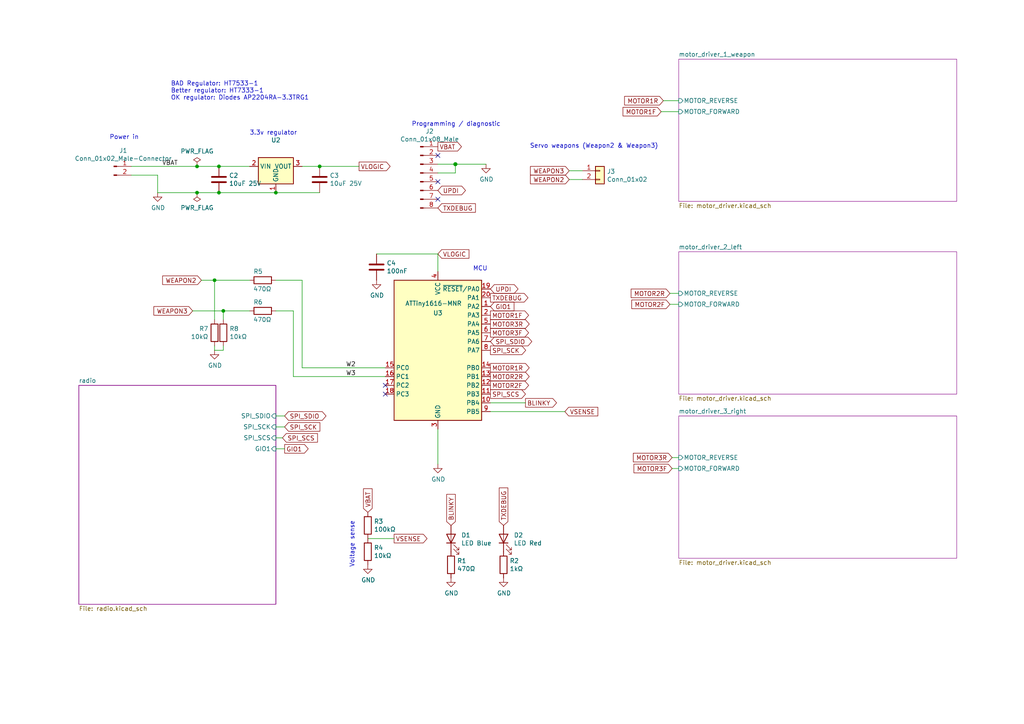
<source format=kicad_sch>
(kicad_sch (version 20250114) (generator "eeschema") (generator_version "9.0")
  (paper "A4")
  (title_block (title "Malenki-HV") (date "2022-11-12") (company "Mark Robson"))
  (lib_symbols
    (symbol "Connector:Conn_01x08_Male" (pin_names (offset 1.016) (hide yes))
      (property "Reference" "J" (at 0 10.16 0))
      (property "Value" "Conn_01x08_Male" (at 0 -12.7 0))
      (symbol "Conn_01x08_Male_1_1"
        (rectangle (start 0.8636 7.747) (end 0 7.493) (stroke (width 0.1524)) (fill (type outline)))
        (rectangle (start 0.8636 5.207) (end 0 4.953) (stroke (width 0.1524)) (fill (type outline)))
        (rectangle (start 0.8636 2.667) (end 0 2.413) (stroke (width 0.1524)) (fill (type outline)))
        (rectangle (start 0.8636 0.127) (end 0 -0.127) (stroke (width 0.1524)) (fill (type outline)))
        (rectangle (start 0.8636 -2.413) (end 0 -2.667) (stroke (width 0.1524)) (fill (type outline)))
        (rectangle (start 0.8636 -4.953) (end 0 -5.207) (stroke (width 0.1524)) (fill (type outline)))
        (rectangle (start 0.8636 -7.493) (end 0 -7.747) (stroke (width 0.1524)) (fill (type outline)))
        (rectangle (start 0.8636 -10.033) (end 0 -10.287) (stroke (width 0.1524)) (fill (type outline)))
        (polyline (pts (xy 1.27 7.62) (xy 0.8636 7.62)) (stroke (width 0.1524)))
        (polyline (pts (xy 1.27 5.08) (xy 0.8636 5.08)) (stroke (width 0.1524)))
        (polyline (pts (xy 1.27 2.54) (xy 0.8636 2.54)) (stroke (width 0.1524)))
        (polyline (pts (xy 1.27 0) (xy 0.8636 0)) (stroke (width 0.1524)))
        (polyline (pts (xy 1.27 -2.54) (xy 0.8636 -2.54)) (stroke (width 0.1524)))
        (polyline (pts (xy 1.27 -5.08) (xy 0.8636 -5.08)) (stroke (width 0.1524)))
        (polyline (pts (xy 1.27 -7.62) (xy 0.8636 -7.62)) (stroke (width 0.1524)))
        (polyline (pts (xy 1.27 -10.16) (xy 0.8636 -10.16)) (stroke (width 0.1524)))
        (pin passive line (at 5.08 7.62 180) (length 3.81) (name "Pin_1") (number "1"))
        (pin passive line (at 5.08 5.08 180) (length 3.81) (name "Pin_2") (number "2"))
        (pin passive line (at 5.08 2.54 180) (length 3.81) (name "Pin_3") (number "3"))
        (pin passive line (at 5.08 0 180) (length 3.81) (name "Pin_4") (number "4"))
        (pin passive line (at 5.08 -2.54 180) (length 3.81) (name "Pin_5") (number "5"))
        (pin passive line (at 5.08 -5.08 180) (length 3.81) (name "Pin_6") (number "6"))
        (pin passive line (at 5.08 -7.62 180) (length 3.81) (name "Pin_7") (number "7"))
        (pin passive line (at 5.08 -10.16 180) (length 3.81) (name "Pin_8") (number "8"))
      )
    )
    (symbol "Connector_Generic:Conn_01x02" (pin_names (offset 1.016) (hide yes))
      (property "Reference" "J" (at 0 2.54 0))
      (property "Value" "Conn_01x02" (at 0 -5.08 0))
      (symbol "Conn_01x02_1_1"
        (rectangle (start -1.27 1.27) (end 1.27 -3.81) (stroke (width 0.254)) (fill (type background)))
        (rectangle (start -1.27 0.127) (end 0 -0.127) (stroke (width 0.1524)))
        (rectangle (start -1.27 -2.413) (end 0 -2.667) (stroke (width 0.1524)))
        (pin passive line (at -5.08 0 0) (length 3.81) (name "Pin_1") (number "1"))
        (pin passive line (at -5.08 -2.54 0) (length 3.81) (name "Pin_2") (number "2"))
      )
    )
    (symbol "Device:LED" (pin_numbers (hide yes)) (pin_names (offset 1.016) (hide yes))
      (property "Reference" "D" (at 0 2.54 0))
      (property "Value" "LED" (at 0 -2.54 0))
      (symbol "LED_0_1"
        (polyline (pts (xy -3.048 -0.762) (xy -4.572 -2.286) (xy -3.81 -2.286) (xy -4.572 -2.286) (xy -4.572 -1.524)))
        (polyline (pts (xy -1.778 -0.762) (xy -3.302 -2.286) (xy -2.54 -2.286) (xy -3.302 -2.286) (xy -3.302 -1.524)))
        (polyline (pts (xy -1.27 0) (xy 1.27 0)))
        (polyline (pts (xy -1.27 -1.27) (xy -1.27 1.27)) (stroke (width 0.254)))
        (polyline (pts (xy 1.27 -1.27) (xy 1.27 1.27) (xy -1.27 0) (xy 1.27 -1.27)) (stroke (width 0.254)))
      )
      (symbol "LED_1_1"
        (pin passive line (at -3.81 0 0) (length 2.54) (name "K") (number "1"))
        (pin passive line (at 3.81 0 180) (length 2.54) (name "A") (number "2"))
      )
    )
    (symbol "MCU_Microchip_ATtiny:ATtiny1616-M"
      (property "Reference" "U" (at -12.7 21.59 0))
      (property "Value" "ATtiny1616-M" (at 2.54 -21.59 0))
      (symbol "ATtiny1616-M_0_1"
        (rectangle (start -12.7 -20.32) (end 12.7 20.32) (stroke (width 0.254)) (fill (type background)))
      )
      (symbol "ATtiny1616-M_1_1"
        (pin bidirectional line (at -15.24 -5.08 0) (length 2.54) (name "PC0") (number "15"))
        (pin bidirectional line (at -15.24 -7.62 0) (length 2.54) (name "PC1") (number "16"))
        (pin bidirectional line (at -15.24 -10.16 0) (length 2.54) (name "PC2") (number "17"))
        (pin bidirectional line (at -15.24 -12.7 0) (length 2.54) (name "PC3") (number "18"))
        (pin power_in line (at 0 22.86 270) (length 2.54) (name "VCC") (number "4"))
        (pin passive line (at 0 -22.86 90) (length 2.54) (hide yes) (name "GND") (number "21"))
        (pin power_in line (at 0 -22.86 90) (length 2.54) (name "GND") (number "3"))
        (pin bidirectional line (at 15.24 17.78 180) (length 2.54) (name "~{RESET}/PA0") (number "19"))
        (pin bidirectional line (at 15.24 15.24 180) (length 2.54) (name "PA1") (number "20"))
        (pin bidirectional line (at 15.24 12.7 180) (length 2.54) (name "PA2") (number "1"))
        (pin bidirectional line (at 15.24 10.16 180) (length 2.54) (name "PA3") (number "2"))
        (pin bidirectional line (at 15.24 7.62 180) (length 2.54) (name "PA4") (number "5"))
        (pin bidirectional line (at 15.24 5.08 180) (length 2.54) (name "PA5") (number "6"))
        (pin bidirectional line (at 15.24 2.54 180) (length 2.54) (name "PA6") (number "7"))
        (pin bidirectional line (at 15.24 0 180) (length 2.54) (name "PA7") (number "8"))
        (pin bidirectional line (at 15.24 -5.08 180) (length 2.54) (name "PB0") (number "14"))
        (pin bidirectional line (at 15.24 -7.62 180) (length 2.54) (name "PB1") (number "13"))
        (pin bidirectional line (at 15.24 -10.16 180) (length 2.54) (name "PB2") (number "12"))
        (pin bidirectional line (at 15.24 -12.7 180) (length 2.54) (name "PB3") (number "11"))
        (pin bidirectional line (at 15.24 -15.24 180) (length 2.54) (name "PB4") (number "10"))
        (pin bidirectional line (at 15.24 -17.78 180) (length 2.54) (name "PB5") (number "9"))
      )
    )
    (symbol "Regulator_Linear:HT75xx-1-SOT89"
      (property "Reference" "U" (at -5.08 -3.81 0))
      (property "Value" "HT75xx-1-SOT89" (at 0 6.35 0))
      (symbol "HT75xx-1-SOT89_0_1"
        (rectangle (start -5.08 5.08) (end 5.08 -2.54) (stroke (width 0.254)) (fill (type background)))
      )
      (symbol "HT75xx-1-SOT89_1_1"
        (pin power_in line (at -7.62 2.54 0) (length 2.54) (name "VIN") (number "2"))
        (pin power_in line (at 0 -5.08 90) (length 2.54) (name "GND") (number "1"))
        (pin power_out line (at 7.62 2.54 180) (length 2.54) (name "VOUT") (number "3"))
      )
    )
    (symbol "malenki-nano-rescue:C-Device" (pin_numbers (hide yes)) (pin_names (offset 0.254))
      (property "Reference" "C" (at 0.635 2.54 0))
      (property "Value" "C-Device" (at 0.635 -2.54 0))
      (symbol "C-Device_0_1"
        (polyline (pts (xy -2.032 0.762) (xy 2.032 0.762)) (stroke (width 0.508)))
        (polyline (pts (xy -2.032 -0.762) (xy 2.032 -0.762)) (stroke (width 0.508)))
      )
      (symbol "C-Device_1_1"
        (pin passive line (at 0 3.81 270) (length 2.794) (name "~") (number "1"))
        (pin passive line (at 0 -3.81 90) (length 2.794) (name "~") (number "2"))
      )
    )
    (symbol "malenki-nano-rescue:Conn_01x02_Male-Connector" (pin_names (offset 1.016) (hide yes))
      (property "Reference" "J" (at 0 2.54 0))
      (property "Value" "Conn_01x02_Male-Connector" (at 0 -5.08 0))
      (symbol "Conn_01x02_Male-Connector_1_1"
        (rectangle (start 0.8636 0.127) (end 0 -0.127) (stroke (width 0.1524)) (fill (type outline)))
        (rectangle (start 0.8636 -2.413) (end 0 -2.667) (stroke (width 0.1524)) (fill (type outline)))
        (polyline (pts (xy 1.27 0) (xy 0.8636 0)) (stroke (width 0.1524)))
        (polyline (pts (xy 1.27 -2.54) (xy 0.8636 -2.54)) (stroke (width 0.1524)))
        (pin passive line (at 5.08 0 180) (length 3.81) (name "Pin_1") (number "1"))
        (pin passive line (at 5.08 -2.54 180) (length 3.81) (name "Pin_2") (number "2"))
      )
    )
    (symbol "malenki-nano-rescue:GND-power" (power) (pin_names (offset 0))
      (property "Value" "GND-power" (at 0 -3.81 0))
      (symbol "GND-power_0_1"
        (polyline (pts (xy 0 0) (xy 0 -1.27) (xy 1.27 -1.27) (xy 0 -2.54) (xy -1.27 -1.27) (xy 0 -1.27)))
      )
      (symbol "GND-power_1_1"
        (pin power_in line (at 0 0 270) (length 0) (hide yes) (name "GND") (number "1"))
      )
    )
    (symbol "malenki-nano-rescue:PWR_FLAG-power" (power) (pin_numbers (hide yes)) (pin_names (offset 0) (hide yes))
      (property "Value" "PWR_FLAG-power" (at 0 3.81 0))
      (symbol "PWR_FLAG-power_0_0"
        (pin power_out line (at 0 0 90) (length 0) (name "pwr") (number "1"))
      )
      (symbol "PWR_FLAG-power_0_1"
        (polyline (pts (xy 0 0) (xy 0 1.27) (xy -1.016 1.905) (xy 0 2.54) (xy 1.016 1.905) (xy 0 1.27)))
      )
    )
    (symbol "malenki-nano-rescue:R-Device" (pin_numbers (hide yes)) (pin_names (offset 0))
      (property "Reference" "R" (at 2.032 0 90))
      (property "Value" "R-Device" (at 0 0 90))
      (symbol "R-Device_0_1"
        (rectangle (start -1.016 -2.54) (end 1.016 2.54) (stroke (width 0.254)))
      )
      (symbol "R-Device_1_1"
        (pin passive line (at 0 3.81 270) (length 1.27) (name "~") (number "1"))
        (pin passive line (at 0 -3.81 90) (length 1.27) (name "~") (number "2"))
      )
    )
  )
  (text "Voltage sense" (at 102.87 151.13 90) (effects (font (size 1.27 1.27)) (justify right bottom)))
  (text "Power in" (at 31.75 40.64 0) (effects (font (size 1.27 1.27)) (justify left bottom)))
  (text "Servo weapons (Weapon2 & Weapon3)" (at 153.67 43.18 0) (effects (font (size 1.27 1.27)) (justify left bottom)))
  (text "Programming / diagnostic" (at 119.38 36.83 0) (effects (font (size 1.27 1.27)) (justify left bottom)))
  (text "BAD Regulator: HT7533-1\nBetter regulator: HT7333-1 \nOK regulator: Diodes AP2204RA-3.3TRG1" (at 49.53 29.21 0) (effects (font (size 1.27 1.27)) (justify left bottom)))
  (text "MCU\n" (at 137.16 78.74 0) (effects (font (size 1.27 1.27)) (justify left bottom)))
  (text "3.3v regulator" (at 72.39 39.37 0) (effects (font (size 1.27 1.27)) (justify left bottom)))
  (junction (at 80.01 55.88))
  (junction (at 63.5 55.88))
  (junction (at 132.08 47.625) (diameter 1.016))
  (junction (at 63.5 48.26))
  (junction (at 57.15 55.88))
  (junction (at 57.15 48.26))
  (junction (at 92.71 48.26))
  (junction (at 64.77 90.17))
  (junction (at 62.23 81.28))
  (no_connect (at 127 57.785))
  (no_connect (at 111.76 114.3))
  (no_connect (at 127 52.705))
  (no_connect (at 111.76 111.76))
  (no_connect (at 127 45.085))
  (wire (pts (xy 165.1 52.07) (xy 168.91 52.07)))
  (wire (pts (xy 127 73.66) (xy 109.22 73.66)))
  (wire (pts (xy 85.09 90.17) (xy 85.09 109.22)))
  (wire (pts (xy 194.31 88.265) (xy 196.85 88.265)))
  (wire (pts (xy 132.08 50.165) (xy 132.08 47.625)))
  (wire (pts (xy 80.01 120.65) (xy 82.55 120.65)))
  (wire (pts (xy 62.23 100.33) (xy 62.23 101.6)))
  (wire (pts (xy 38.1 48.26) (xy 57.15 48.26)))
  (wire (pts (xy 63.5 48.26) (xy 72.39 48.26)))
  (wire (pts (xy 114.3 156.21) (xy 106.68 156.21)))
  (wire (pts (xy 45.72 55.88) (xy 57.15 55.88)))
  (wire (pts (xy 64.77 90.17) (xy 72.39 90.17)))
  (wire (pts (xy 191.77 32.385) (xy 196.85 32.385)))
  (wire (pts (xy 80.01 123.825) (xy 82.55 123.825)))
  (wire (pts (xy 111.76 106.68) (xy 87.63 106.68)))
  (wire (pts (xy 142.24 119.38) (xy 163.83 119.38)))
  (wire (pts (xy 127 47.625) (xy 132.08 47.625)))
  (wire (pts (xy 57.15 48.26) (xy 63.5 48.26)))
  (wire (pts (xy 80.01 55.88) (xy 92.71 55.88)))
  (wire (pts (xy 194.945 132.715) (xy 196.85 132.715)))
  (wire (pts (xy 87.63 81.28) (xy 80.01 81.28)))
  (wire (pts (xy 55.88 90.17) (xy 64.77 90.17)))
  (wire (pts (xy 80.01 90.17) (xy 85.09 90.17)))
  (wire (pts (xy 62.23 101.6) (xy 64.77 101.6)))
  (wire (pts (xy 194.31 85.09) (xy 196.85 85.09)))
  (wire (pts (xy 64.77 100.33) (xy 64.77 101.6)))
  (wire (pts (xy 63.5 55.88) (xy 80.01 55.88)))
  (wire (pts (xy 87.63 106.68) (xy 87.63 81.28)))
  (wire (pts (xy 194.945 135.89) (xy 196.85 135.89)))
  (wire (pts (xy 58.42 81.28) (xy 62.23 81.28)))
  (wire (pts (xy 127 50.165) (xy 132.08 50.165)))
  (wire (pts (xy 127 73.66) (xy 127 78.74)))
  (wire (pts (xy 62.23 81.28) (xy 72.39 81.28)))
  (wire (pts (xy 80.01 127) (xy 81.915 127)))
  (wire (pts (xy 38.1 50.8) (xy 45.72 50.8)))
  (wire (pts (xy 64.77 90.17) (xy 64.77 92.71)))
  (wire (pts (xy 87.63 48.26) (xy 92.71 48.26)))
  (wire (pts (xy 62.23 81.28) (xy 62.23 92.71)))
  (wire (pts (xy 127 124.46) (xy 127 134.62)))
  (wire (pts (xy 132.08 47.625) (xy 140.97 47.625)))
  (wire (pts (xy 57.15 55.88) (xy 63.5 55.88)))
  (wire (pts (xy 165.1 49.53) (xy 168.91 49.53)))
  (wire (pts (xy 192.405 29.21) (xy 196.85 29.21)))
  (wire (pts (xy 45.72 50.8) (xy 45.72 55.88)))
  (wire (pts (xy 92.71 48.26) (xy 104.14 48.26)))
  (wire (pts (xy 142.24 116.84) (xy 152.4 116.84)))
  (wire (pts (xy 80.01 130.175) (xy 82.55 130.175)))
  (wire (pts (xy 85.09 109.22) (xy 111.76 109.22)))
  (label "W2" (at 100.33 106.68 0))
  (label "VBAT" (at 46.99 48.26 0))
  (label "W3" (at 100.33 109.22 0))
  (global_label "MOTOR1F" (shape output) (at 142.24 91.44 0) (property "Intersheetrefs" "${INTERSHEET_REFS}" (effects (hide yes))))
  (global_label "TXDEBUG" (shape input) (at 127 60.325 0) (property "Intersheetrefs" "${INTERSHEET_REFS}" (effects (hide yes))))
  (global_label "SPI_SCS" (shape output) (at 142.24 114.3 0) (property "Intersheetrefs" "${INTERSHEET_REFS}" (effects (hide yes))))
  (global_label "VBAT" (shape output) (at 127 42.545 0) (property "Intersheetrefs" "${INTERSHEET_REFS}" (effects (hide yes))))
  (global_label "MOTOR3F" (shape input) (at 194.945 135.89 180) (property "Intersheetrefs" "${INTERSHEET_REFS}" (effects (hide yes))))
  (global_label "MOTOR3F" (shape output) (at 142.24 96.52 0) (property "Intersheetrefs" "${INTERSHEET_REFS}" (effects (hide yes))))
  (global_label "SPI_SDIO" (shape bidirectional) (at 142.24 99.06 0) (property "Intersheetrefs" "${INTERSHEET_REFS}" (effects (hide yes))))
  (global_label "BLINKY" (shape input) (at 130.81 152.4 90) (property "Intersheetrefs" "${INTERSHEET_REFS}" (effects (hide yes))))
  (global_label "GIO1" (shape output) (at 82.55 130.175 0) (property "Intersheetrefs" "${INTERSHEET_REFS}" (effects (hide yes))))
  (global_label "MOTOR3R" (shape input) (at 194.945 132.715 180) (property "Intersheetrefs" "${INTERSHEET_REFS}" (effects (hide yes))))
  (global_label "UPDI" (shape bidirectional) (at 142.24 83.82 0) (property "Intersheetrefs" "${INTERSHEET_REFS}" (effects (hide yes))))
  (global_label "BLINKY" (shape output) (at 152.4 116.84 0) (property "Intersheetrefs" "${INTERSHEET_REFS}" (effects (hide yes))))
  (global_label "MOTOR1F" (shape input) (at 191.77 32.385 180) (property "Intersheetrefs" "${INTERSHEET_REFS}" (effects (hide yes))))
  (global_label "WEAPON2" (shape input) (at 58.42 81.28 180) (property "Intersheetrefs" "${INTERSHEET_REFS}" (effects (hide yes))))
  (global_label "MOTOR1R" (shape output) (at 142.24 106.68 0) (property "Intersheetrefs" "${INTERSHEET_REFS}" (effects (hide yes))))
  (global_label "MOTOR1R" (shape input) (at 192.405 29.21 180) (property "Intersheetrefs" "${INTERSHEET_REFS}" (effects (hide yes))))
  (global_label "VBAT" (shape input) (at 106.68 148.59 90) (property "Intersheetrefs" "${INTERSHEET_REFS}" (effects (hide yes))))
  (global_label "SPI_SCK" (shape output) (at 142.24 101.6 0) (property "Intersheetrefs" "${INTERSHEET_REFS}" (effects (hide yes))))
  (global_label "MOTOR2F" (shape output) (at 142.24 111.76 0) (property "Intersheetrefs" "${INTERSHEET_REFS}" (effects (hide yes))))
  (global_label "MOTOR2F" (shape input) (at 194.31 88.265 180) (property "Intersheetrefs" "${INTERSHEET_REFS}" (effects (hide yes))))
  (global_label "WEAPON2" (shape input) (at 165.1 52.07 180) (property "Intersheetrefs" "${INTERSHEET_REFS}" (effects (hide yes))))
  (global_label "SPI_SDIO" (shape bidirectional) (at 82.55 120.65 0) (property "Intersheetrefs" "${INTERSHEET_REFS}" (effects (hide yes))))
  (global_label "SPI_SCS" (shape input) (at 81.915 127 0) (property "Intersheetrefs" "${INTERSHEET_REFS}" (effects (hide yes))))
  (global_label "VLOGIC" (shape input) (at 127 73.66 0) (property "Intersheetrefs" "${INTERSHEET_REFS}" (effects (hide yes))))
  (global_label "WEAPON3" (shape input) (at 165.1 49.53 180) (property "Intersheetrefs" "${INTERSHEET_REFS}" (effects (hide yes))))
  (global_label "VSENSE" (shape output) (at 114.3 156.21 0) (property "Intersheetrefs" "${INTERSHEET_REFS}" (effects (hide yes))))
  (global_label "GIO1" (shape input) (at 142.24 88.9 0) (property "Intersheetrefs" "${INTERSHEET_REFS}" (effects (hide yes))))
  (global_label "UPDI" (shape bidirectional) (at 127 55.245 0) (property "Intersheetrefs" "${INTERSHEET_REFS}" (effects (hide yes))))
  (global_label "MOTOR3R" (shape output) (at 142.24 93.98 0) (property "Intersheetrefs" "${INTERSHEET_REFS}" (effects (hide yes))))
  (global_label "MOTOR2R" (shape input) (at 194.31 85.09 180) (property "Intersheetrefs" "${INTERSHEET_REFS}" (effects (hide yes))))
  (global_label "MOTOR2R" (shape output) (at 142.24 109.22 0) (property "Intersheetrefs" "${INTERSHEET_REFS}" (effects (hide yes))))
  (global_label "TXDEBUG" (shape input) (at 146.05 152.4 90) (property "Intersheetrefs" "${INTERSHEET_REFS}" (effects (hide yes))))
  (global_label "TXDEBUG" (shape output) (at 142.24 86.36 0) (property "Intersheetrefs" "${INTERSHEET_REFS}" (effects (hide yes))))
  (global_label "WEAPON3" (shape input) (at 55.88 90.17 180) (property "Intersheetrefs" "${INTERSHEET_REFS}" (effects (hide yes))))
  (global_label "VLOGIC" (shape output) (at 104.14 48.26 0) (property "Intersheetrefs" "${INTERSHEET_REFS}" (effects (hide yes))))
  (global_label "VSENSE" (shape input) (at 163.83 119.38 0) (property "Intersheetrefs" "${INTERSHEET_REFS}" (effects (hide yes))))
  (global_label "SPI_SCK" (shape input) (at 82.55 123.825 0) (property "Intersheetrefs" "${INTERSHEET_REFS}" (effects (hide yes))))
  (symbol (lib_id "malenki-nano-rescue:GND-power") (at 106.68 163.83 0) (unit 1)
    (property "Reference" "#PWR07" (effects (hide yes)))
    (property "Value" "GND" (at 106.807 168.2242 0))
  )
  (symbol (lib_id "Device:LED") (at 146.05 156.21 90) (unit 1)
    (property "Reference" "D2" (at 149.0218 155.2194 90) (effects (justify right)))
    (property "Value" "LED Red" (at 149.0218 157.5308 90) (effects (justify right)))
    (property "Footprint" "LED_SMD:LED_0603_1608Metric" (effects (hide yes)))
    (property "Description" "Light emitting diode" (effects (hide yes)))
    (property "LCSC" "C2286" (effects (hide yes)))
    (property "MPN" "KT-0603R" (effects (hide yes)))
    (property "Manufacturer" "Hubei KENTO" (effects (hide yes)))
  )
  (symbol (lib_id "malenki-nano-rescue:GND-power") (at 146.05 167.64 0) (unit 1)
    (property "Reference" "#PWR011" (effects (hide yes)))
    (property "Value" "GND" (at 146.177 172.0342 0))
  )
  (symbol (lib_id "malenki-nano-rescue:PWR_FLAG-power") (at 57.15 48.26 0) (unit 1)
    (property "Reference" "#FLG0101" (effects (hide yes)))
    (property "Value" "PWR_FLAG" (at 57.15 43.8658 0))
  )
  (symbol (lib_id "malenki-nano-rescue:R-Device") (at 146.05 163.83 0) (unit 1)
    (property "Reference" "R2" (at 147.828 162.6616 0) (effects (justify left)))
    (property "Value" "1kΩ" (at 147.828 164.973 0) (effects (justify left)))
    (property "Footprint" "Resistor_SMD:R_0402_1005Metric" (effects (hide yes)))
    (property "Description" "Resistor" (effects (hide yes)))
    (property "LCSC" "C11702" (effects (hide yes)))
    (property "Manufacturer" "Uniroyal" (effects (hide yes)))
    (property "MPN" "0402WGF1001TCE" (effects (hide yes)))
  )
  (symbol (lib_id "malenki-nano-rescue:GND-power") (at 45.72 55.88 0) (unit 1)
    (property "Reference" "#PWR02" (effects (hide yes)))
    (property "Value" "GND" (at 45.847 60.2742 0))
  )
  (symbol (lib_id "Connector:Conn_01x08_Male") (at 121.92 50.165 0) (unit 1) (in_bom no)
    (property "Reference" "J2" (at 124.6124 38.0808 0))
    (property "Value" "Conn_01x08_Male" (at 124.6124 40.3795 0))
    (property "Footprint" "malenki-nano:SOIC_clipProgSmall" (effects (hide yes)))
  )
  (symbol (lib_id "malenki-nano-rescue:GND-power") (at 109.22 81.28 0) (unit 1)
    (property "Reference" "#PWR04" (effects (hide yes)))
    (property "Value" "GND" (at 109.347 85.6742 0))
  )
  (symbol (lib_id "malenki-nano-rescue:Conn_01x02_Male-Connector") (at 33.02 48.26 0) (unit 1) (in_bom no)
    (property "Reference" "J1" (at 35.7632 43.6626 0))
    (property "Value" "Conn_01x02_Male-Connector" (at 35.7632 45.974 0))
    (property "Footprint" "malenki-nano:malenkipower" (effects (hide yes)))
  )
  (symbol (lib_id "malenki-nano-rescue:R-Device") (at 64.77 96.52 0) (unit 1)
    (property "Reference" "R8" (at 66.548 95.3516 0) (effects (justify left)))
    (property "Value" "10kΩ" (at 66.548 97.663 0) (effects (justify left)))
    (property "Footprint" "Resistor_SMD:R_0402_1005Metric" (effects (hide yes)))
    (property "Description" "Resistor" (effects (hide yes)))
    (property "LCSC" "C25744" (effects (hide yes)))
    (property "Manufacturer" "Uniroyal" (effects (hide yes)))
    (property "MPN" "0402WGF1002TCE" (effects (hide yes)))
  )
  (symbol (lib_id "malenki-nano-rescue:GND-power") (at 140.97 47.625 0) (unit 1)
    (property "Reference" "#PWR023" (effects (hide yes)))
    (property "Value" "GND" (at 141.097 52.0192 0))
  )
  (symbol (lib_id "malenki-nano-rescue:GND-power") (at 130.81 167.64 0) (unit 1)
    (property "Reference" "#PWR06" (effects (hide yes)))
    (property "Value" "GND" (at 130.937 172.0342 0))
  )
  (symbol (lib_id "malenki-nano-rescue:C-Device") (at 109.22 77.47 0) (unit 1)
    (property "Reference" "C4" (at 112.141 76.3016 0) (effects (justify left)))
    (property "Value" "100nF" (at 112.141 78.613 0) (effects (justify left)))
    (property "Footprint" "Capacitor_SMD:C_0402_1005Metric" (effects (hide yes)))
    (property "Description" "Unpolarized Capacitor" (effects (hide yes)))
    (property "LCSC" "C307331" (effects (hide yes)))
    (property "Manufacturer" "Samsung" (effects (hide yes)))
    (property "Alternate LCSC PN" "C14663" (effects (hide yes)))
    (property "MPN" "CL05B104KB54PNC" (effects (hide yes)))
  )
  (symbol (lib_id "malenki-nano-rescue:GND-power") (at 127 134.62 0) (unit 1)
    (property "Reference" "#PWR05" (effects (hide yes)))
    (property "Value" "GND" (at 127.127 139.0142 0))
  )
  (symbol (lib_id "Device:LED") (at 130.81 156.21 90) (unit 1)
    (property "Reference" "D1" (at 133.7818 155.2194 90) (effects (justify right)))
    (property "Value" "LED Blue" (at 133.7818 157.5308 90) (effects (justify right)))
    (property "Footprint" "LED_SMD:LED_0603_1608Metric" (effects (hide yes)))
    (property "Description" "Light emitting diode" (effects (hide yes)))
    (property "LCSC" "C72041" (effects (hide yes)))
    (property "MPN" "19-217/BHC-ZL1M2RY/3T" (effects (hide yes)))
    (property "Manufacturer" "Everlight" (effects (hide yes)))
    (property "Alternate LCSC PN" "C2689219" (effects (hide yes)))
  )
  (symbol (lib_id "malenki-nano-rescue:R-Device") (at 106.68 152.4 0) (unit 1)
    (property "Reference" "R3" (at 108.458 151.2316 0) (effects (justify left)))
    (property "Value" "100kΩ" (at 108.458 153.543 0) (effects (justify left)))
    (property "Footprint" "Resistor_SMD:R_0402_1005Metric" (effects (hide yes)))
    (property "Description" "Resistor" (effects (hide yes)))
    (property "LCSC" "C25741" (effects (hide yes)))
    (property "Manufacturer" "Uniroyal" (effects (hide yes)))
    (property "MPN" "0402WGF1003TCE" (effects (hide yes)))
  )
  (symbol (lib_id "malenki-nano-rescue:C-Device") (at 92.71 52.07 0) (unit 1)
    (property "Reference" "C3" (at 95.631 50.9016 0) (effects (justify left)))
    (property "Value" "10uF 25V" (at 95.631 53.213 0) (effects (justify left)))
    (property "Footprint" "Capacitor_SMD:C_0603_1608Metric" (effects (hide yes)))
    (property "Description" "Unpolarized Capacitor" (effects (hide yes)))
    (property "LCSC" "C96446" (effects (hide yes)))
    (property "Manufacturer" "Samsung" (effects (hide yes)))
    (property "MPN" "CL10A106MA8NRNC" (effects (hide yes)))
  )
  (symbol (lib_id "malenki-nano-rescue:R-Device") (at 62.23 96.52 0) (mirror y) (unit 1)
    (property "Reference" "R7" (at 60.452 95.3516 0) (effects (justify left)))
    (property "Value" "10kΩ" (at 60.452 97.663 0) (effects (justify left)))
    (property "Footprint" "Resistor_SMD:R_0402_1005Metric" (effects (hide yes)))
    (property "Description" "Resistor" (effects (hide yes)))
    (property "LCSC" "C25744" (effects (hide yes)))
    (property "Manufacturer" "Uniroyal" (effects (hide yes)))
    (property "MPN" "0402WGF1002TCE" (effects (hide yes)))
  )
  (symbol (lib_id "malenki-nano-rescue:C-Device") (at 63.5 52.07 0) (unit 1)
    (property "Reference" "C2" (at 66.421 50.9016 0) (effects (justify left)))
    (property "Value" "10uF 25V" (at 66.421 53.213 0) (effects (justify left)))
    (property "Footprint" "Capacitor_SMD:C_0603_1608Metric" (effects (hide yes)))
    (property "Description" "Unpolarized Capacitor" (effects (hide yes)))
    (property "LCSC" "C96446" (effects (hide yes)))
    (property "Manufacturer" "Samsung" (effects (hide yes)))
    (property "MPN" "CL10A106MA8NRNC" (effects (hide yes)))
  )
  (symbol (lib_id "malenki-nano-rescue:R-Device") (at 76.2 90.17 90) (unit 1)
    (property "Reference" "R6" (at 76.2 87.63 90) (effects (justify left)))
    (property "Value" "470Ω" (at 78.74 92.71 90) (effects (justify left)))
    (property "Footprint" "Resistor_SMD:R_0402_1005Metric" (effects (hide yes)))
    (property "Description" "Resistor" (effects (hide yes)))
    (property "LCSC" "C25117" (effects (hide yes)))
    (property "Manufacturer" "Uniroyal" (effects (hide yes)))
    (property "MPN" "0402WGF4700TCE" (effects (hide yes)))
  )
  (symbol (lib_id "malenki-nano-rescue:R-Device") (at 76.2 81.28 90) (unit 1)
    (property "Reference" "R5" (at 76.2 78.74 90) (effects (justify left)))
    (property "Value" "470Ω" (at 78.74 83.82 90) (effects (justify left)))
    (property "Footprint" "Resistor_SMD:R_0402_1005Metric" (effects (hide yes)))
    (property "Description" "Resistor" (effects (hide yes)))
    (property "LCSC" "C25117" (effects (hide yes)))
    (property "Manufacturer" "Uniroyal" (effects (hide yes)))
    (property "MPN" "0402WGF4700TCE" (effects (hide yes)))
  )
  (symbol (lib_id "malenki-nano-rescue:R-Device") (at 106.68 160.02 0) (unit 1)
    (property "Reference" "R4" (at 108.458 158.8516 0) (effects (justify left)))
    (property "Value" "10kΩ" (at 108.458 161.163 0) (effects (justify left)))
    (property "Footprint" "Resistor_SMD:R_0402_1005Metric" (effects (hide yes)))
    (property "Description" "Resistor" (effects (hide yes)))
    (property "LCSC" "C25744" (effects (hide yes)))
    (property "Manufacturer" "Uniroyal" (effects (hide yes)))
    (property "MPN" "0402WGF1002TCE" (effects (hide yes)))
  )
  (symbol (lib_id "Connector_Generic:Conn_01x02") (at 173.99 49.53 0) (unit 1) (in_bom no)
    (property "Reference" "J3" (at 176.022 49.7332 0) (effects (justify left)))
    (property "Value" "Conn_01x02" (at 176.022 52.0446 0) (effects (justify left)))
    (property "Footprint" "malenki-nano:wirepad_2" (effects (hide yes)))
  )
  (symbol (lib_id "MCU_Microchip_ATtiny:ATtiny1616-M") (at 127 101.6 0) (unit 1)
    (property "Reference" "U3" (at 127 90.7858 0))
    (property "Value" "ATTiny1616-MNR" (at 125.73 88.0045 0))
    (property "Footprint" "Package_DFN_QFN:VQFN-20-1EP_3x3mm_P0.4mm_EP1.7x1.7mm" (effects (hide yes)))
    (property "Datasheet" "http://ww1.microchip.com/downloads/en/DeviceDoc/ATtiny3216_ATtiny1616-data-sheet-40001997B.pdf" (effects (hide yes)))
    (property "Description" "20MHz, 16kB Flash, 2kB SRAM, 256B EEPROM, VQFN-20" (effects (hide yes)))
    (property "MPN" "ATTINY1616-MNR" (effects (hide yes)))
    (property "Manufacturer" "MICROCHIP" (effects (hide yes)))
    (property "LCSC" "C507118" (effects (hide yes)))
  )
  (symbol (lib_id "malenki-nano-rescue:GND-power") (at 62.23 101.6 0) (unit 1)
    (property "Reference" "#PWR0101" (effects (hide yes)))
    (property "Value" "GND" (at 62.357 105.9942 0))
  )
  (symbol (lib_id "Regulator_Linear:HT75xx-1-SOT89") (at 80.01 50.8 0) (unit 1)
    (property "Reference" "U2" (at 80.01 40.64 0))
    (property "Value" "300mA Fixed 3.3V Positive 24V SOT-89 Voltage Regulators - Linear, Low Drop Out (LDO) Regulators" (effects (hide yes)))
    (property "Footprint" "Package_TO_SOT_SMD:SOT-89-3" (effects (hide yes)))
    (property "Description" "100mA Low Dropout Voltage Regulator, Fixed Output, SOT89" (effects (hide yes)))
    (property "LCSC" "C7434186" (effects (hide yes)))
    (property "Manufacturer" "MSKSEMI" (effects (hide yes)))
    (property "Alternate LCSC PN" "C151625" (effects (hide yes)))
    (property "MPN" "HT7333-1-MS" (effects (hide yes)))
  )
  (symbol (lib_id "malenki-nano-rescue:PWR_FLAG-power") (at 57.15 55.88 180) (unit 1)
    (property "Reference" "#FLG0102" (effects (hide yes)))
    (property "Value" "PWR_FLAG" (at 57.15 60.2742 0))
  )
  (symbol (lib_id "malenki-nano-rescue:R-Device") (at 130.81 163.83 0) (unit 1)
    (property "Reference" "R1" (at 132.588 162.6616 0) (effects (justify left)))
    (property "Value" "470Ω" (at 132.588 164.973 0) (effects (justify left)))
    (property "Footprint" "Resistor_SMD:R_0402_1005Metric" (effects (hide yes)))
    (property "Description" "Resistor" (effects (hide yes)))
    (property "LCSC" "C25117" (effects (hide yes)))
    (property "Manufacturer" "Uniroyal" (effects (hide yes)))
    (property "MPN" "0402WGF4700TCE" (effects (hide yes)))
  )
  (sheet (at 196.85 73.025) (size 80.645 41.275) (stroke (width 0.001) (color 132 0 132 1)) (fill (color 255 255 255 0.0000))
    (property "Sheetname" "motor_driver_2_left" (at 196.85 72.3891 0) (effects (justify left bottom)))
    (property "Sheetfile" "motor_driver.kicad_sch" (at 196.85 114.8089 0) (effects (justify left top)))
    (pin "MOTOR_REVERSE" input (at 196.85 85.09 180))
    (pin "MOTOR_FORWARD" input (at 196.85 88.265 180))
  )
  (sheet (at 196.85 17.145) (size 80.645 41.275) (stroke (width 0.001) (color 132 0 132 1)) (fill (color 255 255 255 0.0000))
    (property "Sheetname" "motor_driver_1_weapon" (at 196.85 16.5091 0) (effects (justify left bottom)))
    (property "Sheetfile" "motor_driver.kicad_sch" (at 196.85 58.9289 0) (effects (justify left top)))
    (pin "MOTOR_REVERSE" input (at 196.85 29.21 180))
    (pin "MOTOR_FORWARD" input (at 196.85 32.385 180))
  )
  (sheet (at 196.85 120.65) (size 80.645 41.275) (stroke (width 0.001) (color 132 0 132 1)) (fill (color 255 255 255 0.0000))
    (property "Sheetname" "motor_driver_3_right" (at 196.85 120.0141 0) (effects (justify left bottom)))
    (property "Sheetfile" "motor_driver.kicad_sch" (at 196.85 162.4339 0) (effects (justify left top)))
    (pin "MOTOR_REVERSE" input (at 196.85 132.715 180))
    (pin "MOTOR_FORWARD" input (at 196.85 135.89 180))
  )
  (sheet (at 22.86 111.76) (size 57.15 63.5) (stroke (width 0.1524) (color 132 0 132 1)) (fill (color 255 255 255 0.0000))
    (property "Sheetname" "radio" (at 22.86 111.1245 0) (effects (justify left bottom)))
    (property "Sheetfile" "radio.kicad_sch" (at 22.86 175.7685 0) (effects (justify left top)))
    (pin "SPI_SDIO" input (at 80.01 120.65 0))
    (pin "SPI_SCK" input (at 80.01 123.825 0))
    (pin "SPI_SCS" input (at 80.01 127 0))
    (pin "GIO1" input (at 80.01 130.175 0))
  )
)
</source>
